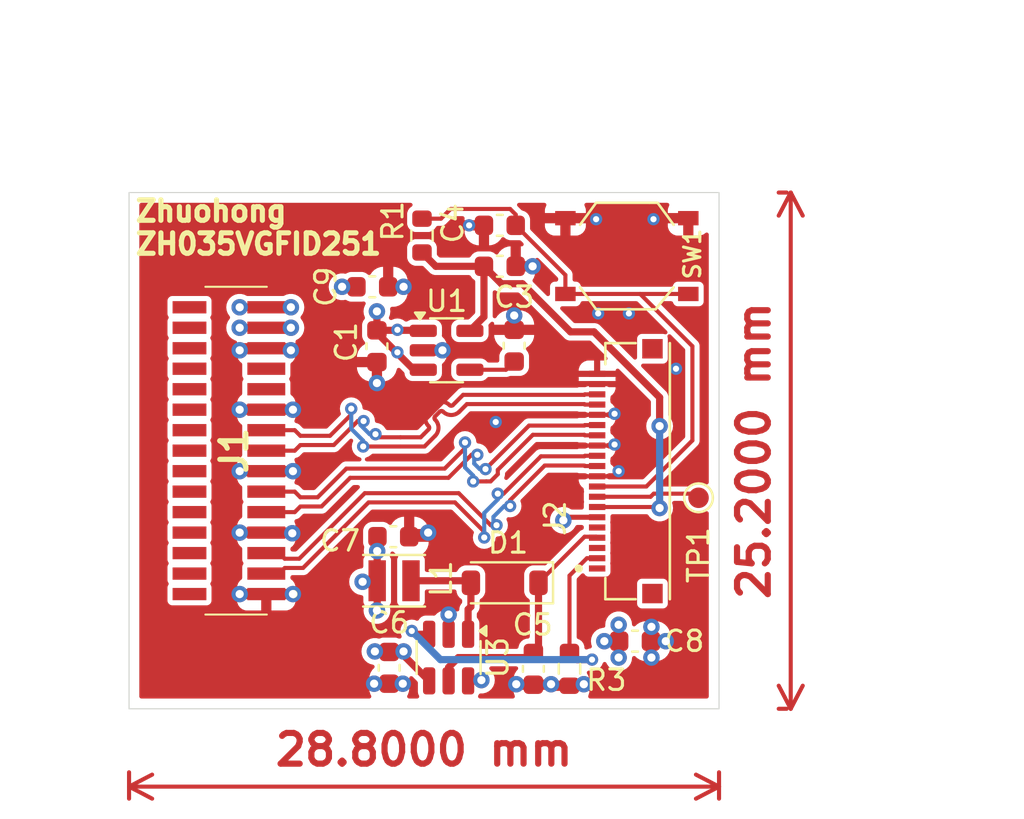
<source format=kicad_pcb>
(kicad_pcb (version 20240108) (generator "pcbnew") (generator_version "8.0")
  (layers (0 "F.Cu" signal) (1 "In1.Cu" signal) (2 "In2.Cu" signal) (31 "B.Cu" signal) (34 "B.Paste" user) (35 "F.Paste" user) (36 "B.SilkS" user "B.Silkscreen") (37 "F.SilkS" user "F.Silkscreen") (38 "B.Mask" user) (39 "F.Mask" user) (44 "Edge.Cuts" user))
  (net 0 "")
  (net 1 "GND")
  (net 2 "+3V3")
  (net 3 "Net-(U1-BP)")
  (net 19 "D1_P")
  (net 20 "CLK_C_N")
  (net 21 "D1_N")
  (net 22 "CLK_C_P")
  (net 23 "D0_P")
  (net 24 "D0_N")
  (net 25 "RST")
  (net 26 "Net-(D1-A)")
  (net 29 "LEDA")
  (net 30 "LEDK")
  (net 31 "+1V8")
  (net 34 "Net-(J2-Pad8)")
  (footprint "Inductor_SMD:L_Changjiang_FNR252010S" (layer "F.Cu") (at 79.2375 68.35)
    (property "Reference" "L1" (at 2.3 -0.1 90) (layer "F.SilkS"))
    (property "Value" "22uH")
    (fp_line (start -1.51 -1.26) (end 1.51 -1.26) (stroke (width 0.12)) (layer "F.SilkS"))
    (fp_line (start -1.51 1.26) (end 1.51 1.26) (stroke (width 0.12)) (layer "F.SilkS"))
    (pad "1" smd rect (at -0.825 0) (size 0.85 2) (layers "F.Cu" "F.Paste" "F.Mask") (net 2 "+3V3"))
    (pad "2" smd rect (at 0.825 0) (size 0.85 2) (layers "F.Cu" "F.Paste" "F.Mask") (net 26 "Net-(D1-A)"))
  )
  (footprint "Resistor_SMD:R_0603_1608Metric" (layer "F.Cu") (at 80.6 51.5 90)
    (property "Reference" "R1" (at 0.7 -1.43 -90) (layer "F.SilkS"))
    (property "Value" "10k" (hide yes))
    (fp_line (start -0.237258 -0.5225) (end 0.237258 -0.5225) (stroke (width 0.12)) (layer "F.SilkS"))
    (fp_line (start -0.237258 0.5225) (end 0.237258 0.5225) (stroke (width 0.12)) (layer "F.SilkS"))
    (pad "1" smd roundrect (at -0.825 0 90) (size 0.8 0.95) (layers "F.Cu" "F.Paste" "F.Mask") (net 31 "+1V8"))
    (pad "2" smd roundrect (at 0.825 0 90) (size 0.8 0.95) (layers "F.Cu" "F.Paste" "F.Mask") (net 25 "RST"))
  )
  (footprint "Capacitor_SMD:C_0603_1608Metric" (layer "F.Cu") (at 85.1 56.875 90)
    (property "Reference" "C3" (at 2.375 0 0) (layer "F.SilkS"))
    (property "Value" "1uF")
    (fp_line (start -0.140581 -0.51) (end 0.140581 -0.51) (stroke (width 0.12)) (layer "F.SilkS"))
    (fp_line (start -0.140581 0.51) (end 0.140581 0.51) (stroke (width 0.12)) (layer "F.SilkS"))
    (pad "1" smd roundrect (at -0.775 0 90) (size 0.9 0.95) (layers "F.Cu" "F.Paste" "F.Mask") (net 3 "Net-(U1-BP)"))
    (pad "2" smd roundrect (at 0.775 0 90) (size 0.9 0.95) (layers "F.Cu" "F.Paste" "F.Mask") (net 1 "GND"))
  )
  (footprint "TestPoint:TestPoint_Pad_D1.0mm" (layer "F.Cu") (at 94.1 64.3)
    (property "Reference" "TP1" (at 0 2.8 90) (layer "F.SilkS"))
    (property "Value" "TestPoint")
    (fp_circle (center 0 0) (end 0 0.7) (stroke (width 0.12)) (fill none) (layer "F.SilkS"))
    (pad "1" smd circle (at 0 0) (size 1 1) (layers "F.Cu" "F.Mask") (net 34 "Net-(J2-Pad8)"))
  )
  (footprint "Capacitor_SMD:C_0603_1608Metric" (layer "F.Cu") (at 79.2 66.2)
    (property "Reference" "C7" (at -2.6 0.2 0) (layer "F.SilkS"))
    (property "Value" "10nF")
    (fp_line (start -0.14058 -0.51) (end 0.14058 -0.51) (stroke (width 0.12)) (layer "F.SilkS"))
    (fp_line (start -0.14058 0.51) (end 0.14058 0.51) (stroke (width 0.12)) (layer "F.SilkS"))
    (pad "1" smd roundrect (at -0.775 0) (size 0.9 0.95) (layers "F.Cu" "F.Paste" "F.Mask") (net 2 "+3V3"))
    (pad "2" smd roundrect (at 0.775 0) (size 0.9 0.95) (layers "F.Cu" "F.Paste" "F.Mask") (net 1 "GND"))
  )
  (footprint "Capacitor_SMD:C_0603_1608Metric" (layer "F.Cu") (at 78.175 54)
    (property "Reference" "C9" (at -2.275 0 90) (layer "F.SilkS"))
    (property "Value" "10nF")
    (fp_line (start -0.14058 -0.51) (end 0.14058 -0.51) (stroke (width 0.12)) (layer "F.SilkS"))
    (fp_line (start -0.14058 0.51) (end 0.14058 0.51) (stroke (width 0.12)) (layer "F.SilkS"))
    (pad "1" smd roundrect (at -0.775 0) (size 0.9 0.95) (layers "F.Cu" "F.Paste" "F.Mask") (net 2 "+3V3"))
    (pad "2" smd roundrect (at 0.775 0) (size 0.9 0.95) (layers "F.Cu" "F.Paste" "F.Mask") (net 1 "GND"))
  )
  (footprint "custom:SW4-SMD-5.2X5.2X1.5MM" (layer "F.Cu") (at 90.6 52.5 180)
    (property "Reference" "SW1" (at -3.2 0.1 -90) (layer "F.SilkS") (effects (font (size 0.8 0.8) (thickness 0.15) (bold yes))))
    (property "Value" "SMD-BUTTON_4P-5.2X5.2X1.5MM-SKQGADE010_" (hide yes))
    (fp_line (start 1.5 2.6) (end 2.286 1.524) (stroke (width 0.127)) (layer "F.SilkS"))
    (fp_line (start 1.5 2.6) (end -1.1 2.6) (stroke (width 0.127)) (layer "F.SilkS"))
    (fp_line (start 1.5 -2.6) (end 2.286 -1.524) (stroke (width 0.127)) (layer "F.SilkS"))
    (fp_line (start -1.1 2.6) (end -1.45982 2.6) (stroke (width 0.127)) (layer "F.SilkS"))
    (fp_line (start -1.4 -2.6) (end 1.5 -2.6) (stroke (width 0.127)) (layer "F.SilkS"))
    (fp_line (start -1.4 -2.6) (end -2.286 -1.524) (stroke (width 0.127)) (layer "F.SilkS"))
    (fp_line (start -1.45982 2.6) (end -1.5 2.6) (stroke (width 0.127)) (layer "F.SilkS"))
    (fp_line (start -1.5 2.6) (end -2.286 1.524) (stroke (width 0.127)) (layer "F.SilkS"))
    (pad "1" smd rect (at -3 -1.85 180) (size 1 0.7) (layers "F.Cu" "F.Paste" "F.Mask") (net 25 "RST"))
    (pad "2" smd rect (at 3 -1.85 180) (size 1 0.7) (layers "F.Cu" "F.Paste" "F.Mask") (net 25 "RST"))
    (pad "3" smd rect (at -3 1.85 180) (size 1 0.7) (layers "F.Cu" "F.Paste" "F.Mask") (net 1 "GND"))
    (pad "4" smd rect (at 3 1.85 180) (size 1 0.7) (layers "F.Cu" "F.Paste" "F.Mask") (net 1 "GND"))
  )
  (footprint "Capacitor_SMD:C_0603_1608Metric" (layer "F.Cu") (at 78.4 56.9 -90)
    (property "Reference" "C1" (at -0.2 1.5 -90) (layer "F.SilkS"))
    (property "Value" "1uF")
    (fp_line (start -0.140581 0.51) (end 0.140581 0.51) (stroke (width 0.12)) (layer "F.SilkS"))
    (fp_line (start -0.140581 -0.51) (end 0.140581 -0.51) (stroke (width 0.12)) (layer "F.SilkS"))
    (pad "1" smd roundrect (at -0.775 0 270) (size 0.9 0.95) (layers "F.Cu" "F.Paste" "F.Mask") (net 2 "+3V3"))
    (pad "2" smd roundrect (at 0.775 0 270) (size 0.9 0.95) (layers "F.Cu" "F.Paste" "F.Mask") (net 1 "GND"))
  )
  (footprint "Capacitor_SMD:C_0603_1608Metric" (layer "F.Cu") (at 79 72.6 -90)
    (property "Reference" "C6" (at -2.2 0 180) (layer "F.SilkS"))
    (property "Value" "1uF")
    (fp_line (start -0.140581 0.51) (end 0.140581 0.51) (stroke (width 0.12)) (layer "F.SilkS"))
    (fp_line (start -0.140581 -0.51) (end 0.140581 -0.51) (stroke (width 0.12)) (layer "F.SilkS"))
    (pad "1" smd roundrect (at -0.775 0 270) (size 0.9 0.95) (layers "F.Cu" "F.Paste" "F.Mask") (net 2 "+3V3"))
    (pad "2" smd roundrect (at 0.775 0 270) (size 0.9 0.95) (layers "F.Cu" "F.Paste" "F.Mask") (net 1 "GND"))
  )
  (footprint "custom:117342485" (layer "F.Cu") (at 73.025 62 -90)
    (property "Reference" "J1" (at 0 1.6 -90) (layer "F.SilkS") (effects (font (size 1.27 1.27) (thickness 0.254))))
    (property "Value" "1-1734248-5" (hide yes))
    (fp_line (start -8 0) (end -8 3) (stroke (width 0.1)) (layer "F.SilkS"))
    (fp_line (start 8 0) (end 8 3) (stroke (width 0.1)) (layer "F.SilkS"))
    (fp_line (start 6.9 -1.3) (end 6.9 -1.3) (stroke (width 0.2)) (layer "F.SilkS"))
    (fp_line (start 7.1 -1.3) (end 7.1 -1.3) (stroke (width 0.2)) (layer "F.SilkS"))
    (fp_arc (start 6.9 -1.3) (mid 7 -1.4) (end 7.1 -1.3) (stroke (width 0.2)) (layer "F.SilkS"))
    (fp_arc (start 7.1 -1.3) (mid 7 -1.2) (end 6.9 -1.3) (stroke (width 0.2)) (layer "F.SilkS"))
    (pad "1" smd rect (at 7 0.025 270) (size 0.6 1.85) (layers "F.Cu" "F.Paste" "F.Mask") (net 1 "GND"))
    (pad "2" smd rect (at 6 0.025 270) (size 0.6 1.85) (layers "F.Cu" "F.Paste" "F.Mask") (net 21 "D1_N"))
    (pad "3" smd rect (at 5 0.025 270) (size 0.6 1.85) (layers "F.Cu" "F.Paste" "F.Mask") (net 19 "D1_P"))
    (pad "4" smd rect (at 4 0.025 270) (size 0.6 1.85) (layers "F.Cu" "F.Paste" "F.Mask") (net 1 "GND"))
    (pad "5" smd rect (at 3 0.025 270) (size 0.6 1.85) (layers "F.Cu" "F.Paste" "F.Mask") (net 20 "CLK_C_N"))
    (pad "6" smd rect (at 2 0.025 270) (size 0.6 1.85) (layers "F.Cu" "F.Paste" "F.Mask") (net 22 "CLK_C_P"))
    (pad "7" smd rect (at 1 0.025 270) (size 0.6 1.85) (layers "F.Cu" "F.Paste" "F.Mask") (net 1 "GND"))
    (pad "8" smd rect (at 0 0.025 270) (size 0.6 1.85) (layers "F.Cu" "F.Paste" "F.Mask") (net 24 "D0_N"))
    (pad "9" smd rect (at -1 0.025 270) (size 0.6 1.85) (layers "F.Cu" "F.Paste" "F.Mask") (net 23 "D0_P"))
    (pad "10" smd rect (at -2 0.025 270) (size 0.6 1.85) (layers "F.Cu" "F.Paste" "F.Mask") (net 1 "GND"))
    (pad "11" smd rect (at -3 0.025 270) (size 0.6 1.85) (layers "F.Cu" "F.Paste" "F.Mask"))
    (pad "12" smd rect (at -4 0.025 270) (size 0.6 1.85) (layers "F.Cu" "F.Paste" "F.Mask"))
    (pad "13" smd rect (at -5 0.025 270) (size 0.6 1.85) (layers "F.Cu" "F.Paste" "F.Mask") (net 1 "GND"))
    (pad "14" smd rect (at -6 0.025 270) (size 0.6 1.85) (layers "F.Cu" "F.Paste" "F.Mask") (net 2 "+3V3"))
    (pad "15" smd rect (at -7 0.025 270) (size 0.6 1.85) (layers "F.Cu" "F.Paste" "F.Mask") (net 2 "+3V3"))
    (pad "16" smd rect (at 7 3.775 270) (size 0.6 1.65) (layers "F.Cu" "F.Paste" "F.Mask"))
    (pad "17" smd rect (at 6 3.775 270) (size 0.6 1.65) (layers "F.Cu" "F.Paste" "F.Mask"))
    (pad "18" smd rect (at 5 3.775 270) (size 0.6 1.65) (layers "F.Cu" "F.Paste" "F.Mask"))
    (pad "19" smd rect (at 4 3.775 270) (size 0.6 1.65) (layers "F.Cu" "F.Paste" "F.Mask"))
    (pad "20" smd rect (at 3 3.775 270) (size 0.6 1.65) (layers "F.Cu" "F.Paste" "F.Mask"))
    (pad "21" smd rect (at 2 3.775 270) (size 0.6 1.65) (layers "F.Cu" "F.Paste" "F.Mask"))
    (pad "22" smd rect (at 1 3.775 270) (size 0.6 1.65) (layers "F.Cu" "F.Paste" "F.Mask"))
    (pad "23" smd rect (at 0 3.775 270) (size 0.6 1.65) (layers "F.Cu" "F.Paste" "F.Mask"))
    (pad "24" smd rect (at -1 3.775 270) (size 0.6 1.65) (layers "F.Cu" "F.Paste" "F.Mask"))
    (pad "25" smd rect (at -2 3.775 270) (size 0.6 1.65) (layers "F.Cu" "F.Paste" "F.Mask"))
    (pad "26" smd rect (at -3 3.775 270) (size 0.6 1.65) (layers "F.Cu" "F.Paste" "F.Mask"))
    (pad "27" smd rect (at -4 3.775 270) (size 0.6 1.65) (layers "F.Cu" "F.Paste" "F.Mask"))
    (pad "28" smd rect (at -5 3.775 270) (size 0.6 1.65) (layers "F.Cu" "F.Paste" "F.Mask"))
    (pad "29" smd rect (at -6 3.775 270) (size 0.6 1.65) (layers "F.Cu" "F.Paste" "F.Mask"))
    (pad "30" smd rect (at -7 3.775 270) (size 0.6 1.65) (layers "F.Cu" "F.Paste" "F.Mask"))
  )
  (footprint "Capacitor_SMD:C_0603_1608Metric" (layer "F.Cu") (at 84.4 53)
    (property "Reference" "C2" (hide yes))
    (property "Value" "1uF")
    (fp_line (start -0.14058 -0.51) (end 0.14058 -0.51) (stroke (width 0.12)) (layer "F.SilkS"))
    (fp_line (start -0.14058 0.51) (end 0.14058 0.51) (stroke (width 0.12)) (layer "F.SilkS"))
    (pad "1" smd roundrect (at -0.775 0) (size 0.9 0.95) (layers "F.Cu" "F.Paste" "F.Mask") (net 31 "+1V8"))
    (pad "2" smd roundrect (at 0.775 0) (size 0.9 0.95) (layers "F.Cu" "F.Paste" "F.Mask") (net 1 "GND"))
  )
  (footprint "Capacitor_SMD:C_0603_1608Metric" (layer "F.Cu") (at 91 71.3)
    (property "Reference" "C8" (at 2.4 0 0) (layer "F.SilkS"))
    (property "Value" "10nF")
    (fp_line (start -0.14058 -0.51) (end 0.14058 -0.51) (stroke (width 0.12)) (layer "F.SilkS"))
    (fp_line (start -0.14058 0.51) (end 0.14058 0.51) (stroke (width 0.12)) (layer "F.SilkS"))
    (pad "1" smd roundrect (at -0.775 0) (size 0.9 0.95) (layers "F.Cu" "F.Paste" "F.Mask") (net 2 "+3V3"))
    (pad "2" smd roundrect (at 0.775 0) (size 0.9 0.95) (layers "F.Cu" "F.Paste" "F.Mask") (net 1 "GND"))
  )
  (footprint "Package_TO_SOT_SMD:SOT-23-6" (layer "F.Cu") (at 81.9 72.1 -90)
    (property "Reference" "U3" (at 0 -2.4 90) (layer "F.SilkS"))
    (property "Value" "AP3127B")
    (fp_line (start 0 1.560001) (end -0.8 1.56) (stroke (width 0.12)) (layer "F.SilkS"))
    (fp_line (start 0 1.560001) (end 0.8 1.56) (stroke (width 0.12)) (layer "F.SilkS"))
    (fp_line (start 0 -1.560001) (end -0.8 -1.56) (stroke (width 0.12)) (layer "F.SilkS"))
    (fp_line (start 0 -1.560001) (end 0.8 -1.56) (stroke (width 0.12)) (layer "F.SilkS"))
    (fp_poly (pts (xy -1.3 -1.51) (xy -1.54 -1.84) (xy -1.06 -1.84) (xy -1.3 -1.51)) (stroke (width 0.12)) (fill solid) (layer "F.SilkS"))
    (pad "1" smd roundrect (at -1.1375 -0.949999 270) (size 1.325 0.6) (layers "F.Cu" "F.Paste" "F.Mask") (net 26 "Net-(D1-A)"))
    (pad "2" smd roundrect (at -1.1375 0 270) (size 1.325 0.6) (layers "F.Cu" "F.Paste" "F.Mask") (net 1 "GND"))
    (pad "3" smd roundrect (at -1.1375 0.949999 270) (size 1.325 0.6) (layers "F.Cu" "F.Paste" "F.Mask") (net 30 "LEDK"))
    (pad "4" smd roundrect (at 1.1375 0.949999 270) (size 1.325 0.6) (layers "F.Cu" "F.Paste" "F.Mask") (net 2 "+3V3"))
    (pad "5" smd roundrect (at 1.1375 0 270) (size 1.325 0.6) (layers "F.Cu" "F.Paste" "F.Mask") (net 29 "LEDA"))
    (pad "6" smd roundrect (at 1.1375 -0.949999 270) (size 1.325 0.6) (layers "F.Cu" "F.Paste" "F.Mask") (net 2 "+3V3"))
  )
  (footprint "Capacitor_SMD:C_0603_1608Metric" (layer "F.Cu") (at 86.0375 72.65 -90)
    (property "Reference" "C5" (at -2.15 0.0375 180) (layer "F.SilkS"))
    (property "Value" "0.22uF")
    (fp_line (start -0.140581 0.51) (end 0.140581 0.51) (stroke (width 0.12)) (layer "F.SilkS"))
    (fp_line (start -0.140581 -0.51) (end 0.140581 -0.51) (stroke (width 0.12)) (layer "F.SilkS"))
    (pad "1" smd roundrect (at -0.775 0 270) (size 0.9 0.95) (layers "F.Cu" "F.Paste" "F.Mask") (net 29 "LEDA"))
    (pad "2" smd roundrect (at 0.775 0 270) (size 0.9 0.95) (layers "F.Cu" "F.Paste" "F.Mask") (net 1 "GND"))
  )
  (footprint "Package_TO_SOT_SMD:SOT-23-5" (layer "F.Cu") (at 81.8 57.1)
    (property "Reference" "U1" (at 0 -2.4 0) (layer "F.SilkS"))
    (property "Value" "RS3236-1.8FY5")
    (fp_line (start 0 -1.560001) (end -0.8 -1.56) (stroke (width 0.12)) (layer "F.SilkS"))
    (fp_line (start 0 -1.560001) (end 0.8 -1.56) (stroke (width 0.12)) (layer "F.SilkS"))
    (fp_line (start 0 1.560001) (end -0.8 1.56) (stroke (width 0.12)) (layer "F.SilkS"))
    (fp_line (start 0 1.560001) (end 0.8 1.56) (stroke (width 0.12)) (layer "F.SilkS"))
    (fp_poly (pts (xy -1.3 -1.51) (xy -1.54 -1.84) (xy -1.06 -1.84) (xy -1.3 -1.51)) (stroke (width 0.12)) (fill solid) (layer "F.SilkS"))
    (pad "1" smd roundrect (at -1.1375 -0.949999) (size 1.325 0.6) (layers "F.Cu" "F.Paste" "F.Mask") (net 2 "+3V3"))
    (pad "2" smd roundrect (at -1.1375 0) (size 1.325 0.6) (layers "F.Cu" "F.Paste" "F.Mask") (net 1 "GND"))
    (pad "3" smd roundrect (at -1.1375 0.949999) (size 1.325 0.6) (layers "F.Cu" "F.Paste" "F.Mask") (net 2 "+3V3"))
    (pad "4" smd roundrect (at 1.1375 0.949999) (size 1.325 0.6) (layers "F.Cu" "F.Paste" "F.Mask") (net 3 "Net-(U1-BP)"))
    (pad "5" smd roundrect (at 1.1375 -0.949999) (size 1.325 0.6) (layers "F.Cu" "F.Paste" "F.Mask") (net 31 "+1V8"))
  )
  (footprint "Resistor_SMD:R_0603_1608Metric" (layer "F.Cu") (at 87.8 72.65 -90)
    (property "Reference" "R3" (at 0.55 -1.8 180) (layer "F.SilkS"))
    (property "Value" "6R2 1%")
    (fp_line (start -0.237258 0.5225) (end 0.237258 0.5225) (stroke (width 0.12)) (layer "F.SilkS"))
    (fp_line (start -0.237258 -0.5225) (end 0.237258 -0.5225) (stroke (width 0.12)) (layer "F.SilkS"))
    (pad "1" smd roundrect (at -0.825 0 270) (size 0.8 0.95) (layers "F.Cu" "F.Paste" "F.Mask") (net 30 "LEDK"))
    (pad "2" smd roundrect (at 0.825 0 270) (size 0.8 0.95) (layers "F.Cu" "F.Paste" "F.Mask") (net 1 "GND"))
  )
  (footprint "Capacitor_SMD:C_0603_1608Metric" (layer "F.Cu") (at 84.4 51 180)
    (property "Reference" "C4" (at 2.3 0.1 -90) (layer "F.SilkS"))
    (property "Value" "1uF")
    (fp_line (start -0.140581 0.51) (end 0.140581 0.51) (stroke (width 0.12)) (layer "F.SilkS"))
    (fp_line (start -0.140581 -0.51) (end 0.140581 -0.51) (stroke (width 0.12)) (layer "F.SilkS"))
    (pad "1" smd roundrect (at -0.775 0 180) (size 0.9 0.95) (layers "F.Cu" "F.Paste" "F.Mask") (net 25 "RST"))
    (pad "2" smd roundrect (at 0.775 0 180) (size 0.9 0.95) (layers "F.Cu" "F.Paste" "F.Mask") (net 1 "GND"))
  )
  (footprint "custom:AMPHENOL_10051922-2010ELF" (layer "F.Cu") (at 91 63 90)
    (property "Reference" "J2" (at -2.3 -3.9 -90) (layer "F.SilkS"))
    (property "Value" "10051922-2010ELF")
    (fp_line (start 6.25 -1.45) (end 6.25 0.03) (stroke (width 0.127)) (layer "F.SilkS"))
    (fp_line (start 5.22 -1.45) (end 6.25 -1.45) (stroke (width 0.127)) (layer "F.SilkS"))
    (fp_line (start -6.25 -1.45) (end -5.22 -1.45) (stroke (width 0.127)) (layer "F.SilkS"))
    (fp_line (start -6.25 0.03) (end -6.25 -1.45) (stroke (width 0.127)) (layer "F.SilkS"))
    (fp_line (start 6.25 1.7) (end -6.25 1.7) (stroke (width 0.127)) (layer "F.SilkS"))
    (fp_circle (center -4.75 -2.75) (end -4.65 -2.75) (stroke (width 0.2)) (fill none) (layer "F.SilkS"))
    (pad "1" smd rect (at -4.75 -1.85 90) (size 0.3 0.8) (layers "F.Cu" "F.Paste"))
    (pad "2" smd rect (at -4.25 -1.85 90) (size 0.3 0.8) (layers "F.Cu" "F.Paste") (net 30 "LEDK"))
    (pad "3" smd rect (at -3.75 -1.85 90) (size 0.3 0.8) (layers "F.Cu" "F.Paste"))
    (pad "4" smd rect (at -3.25 -1.85 90) (size 0.3 0.8) (layers "F.Cu" "F.Paste") (net 29 "LEDA"))
    (pad "5" smd rect (at -2.75 -1.85 90) (size 0.3 0.8) (layers "F.Cu" "F.Paste"))
    (pad "6" smd rect (at -2.25 -1.85 90) (size 0.3 0.8) (layers "F.Cu" "F.Paste") (net 2 "+3V3"))
    (pad "7" smd rect (at -1.75 -1.85 90) (size 0.3 0.8) (layers "F.Cu" "F.Paste") (net 31 "+1V8"))
    (pad "8" smd rect (at -1.25 -1.85 90) (size 0.3 0.8) (layers "F.Cu" "F.Paste") (net 34 "Net-(J2-Pad8)"))
    (pad "9" smd rect (at -0.75 -1.85 90) (size 0.3 0.8) (layers "F.Cu" "F.Paste") (net 25 "RST"))
    (pad "10" smd rect (at -0.25 -1.85 90) (size 0.3 0.8) (layers "F.Cu" "F.Paste") (net 1 "GND"))
    (pad "11" smd rect (at 0.25 -1.85 90) (size 0.3 0.8) (layers "F.Cu" "F.Paste") (net 19 "D1_P"))
    (pad "12" smd rect (at 0.75 -1.85 90) (size 0.3 0.8) (layers "F.Cu" "F.Paste") (net 21 "D1_N"))
    (pad "13" smd rect (at 1.25 -1.85 90) (size 0.3 0.8) (layers "F.Cu" "F.Paste") (net 1 "GND"))
    (pad "14" smd rect (at 1.75 -1.85 90) (size 0.3 0.8) (layers "F.Cu" "F.Paste") (net 22 "CLK_C_P"))
    (pad "15" smd rect (at 2.25 -1.85 90) (size 0.3 0.8) (layers "F.Cu" "F.Paste") (net 20 "CLK_C_N"))
    (pad "16" smd rect (at 2.75 -1.85 90) (size 0.3 0.8) (layers "F.Cu" "F.Paste") (net 1 "GND"))
    (pad "17" smd rect (at 3.25 -1.85 90) (size 0.3 0.8) (layers "F.Cu" "F.Paste") (net 23 "D0_P"))
    (pad "18" smd rect (at 3.75 -1.85 90) (size 0.3 0.8) (layers "F.Cu" "F.Paste") (net 24 "D0_N"))
    (pad "19" smd rect (at 4.25 -1.85 90) (size 0.3 0.8) (layers "F.Cu" "F.Paste") (net 1 "GND"))
    (pad "20" smd rect (at 4.75 -1.85 90) (size 0.3 0.8) (layers "F.Cu" "F.Paste") (net 1 "GND"))
    (pad "SH1" smd rect (at -5.975 0.85 90) (size 0.95 1) (layers "F.Cu" "F.Paste" "F.Mask"))
    (pad "SH2" smd rect (at 5.975 0.85 90) (size 0.95 1) (layers "F.Cu" "F.Paste" "F.Mask"))
  )
  (footprint "Diode_SMD:D_SOD-123" (layer "F.Cu") (at 84.6375 68.45 180)
    (property "Reference" "D1" (at -0.1625 1.95 180) (layer "F.SilkS"))
    (property "Value" "1N5819W")
    (fp_line (start -2.36 1) (end 1.65 1) (stroke (width 0.12)) (layer "F.SilkS"))
    (fp_line (start -2.36 -1) (end 1.65 -1) (stroke (width 0.12)) (layer "F.SilkS"))
    (fp_line (start -2.36 -1) (end -2.36 1) (stroke (width 0.12)) (layer "F.SilkS"))
    (pad "1" smd roundrect (at -1.65 0 180) (size 0.9 1.2) (layers "F.Cu" "F.Paste" "F.Mask") (net 29 "LEDA"))
    (pad "2" smd roundrect (at 1.65 0 180) (size 0.9 1.2) (layers "F.Cu" "F.Paste" "F.Mask") (net 26 "Net-(D1-A)"))
  )
  (gr_line (start 66.3 74.6) (end 66.3 49.4) (stroke (width 0.05)) (layer "Edge.Cuts"))
  (gr_line (start 66.3 49.4) (end 95.1 49.4) (stroke (width 0.05)) (layer "Edge.Cuts"))
  (gr_line (start 95.1 49.4) (end 95.1 74.6) (stroke (width 0.05)) (layer "Edge.Cuts"))
  (gr_line (start 95.1 74.6) (end 66.3 74.6) (stroke (width 0.05)) (layer "Edge.Cuts"))
  (gr_text "Zhuohong\nZH035VGFID251" (at 66.5 52.5 0) (layer "F.SilkS") (effects (font (size 1 1) (thickness 0.25) (bold yes)) (justify left bottom)))
  (dimension (type aligned) (layer "F.Cu") (pts (xy 98.9 49.4) (xy 98.9 74.6)) (height 0.3) (gr_text "25,2000 mm" (at 96.8 62 90) (layer "F.Cu") (effects (font (size 1.5 1.5) (thickness 0.3)))) (format (prefix "") (suffix "") (units 3) (units_format 1) (precision 4)) (style (thickness 0.2) (arrow_length 1.27) (text_position_mode 0) (extension_height 0.58642) (extension_offset 0.5) keep_text_aligned))
  (dimension (type aligned) (layer "F.Cu") (pts (xy 66.3 77.2) (xy 95.1 77.2)) (height 1.2) (gr_text "28,8000 mm" (at 80.7 76.6 0) (layer "F.Cu") (effects (font (size 1.5 1.5) (thickness 0.3)))) (format (prefix "") (suffix "") (units 3) (units_format 1) (precision 4)) (style (thickness 0.2) (arrow_length 1.27) (text_position_mode 0) (extension_height 0.58642) (extension_offset 0.5) keep_text_aligned))
  (segment (start 79 73.375) (end 79.6625 73.375) (width 0.35) (layer "F.Cu") (net 1))
  (segment (start 80.6625 57.1) (end 81.6 57.1) (width 0.35) (layer "F.Cu") (net 1))
  (segment (start 91.9 50.7) (end 91.85 50.65) (width 0.35) (layer "F.Cu") (net 1))
  (segment (start 86.9 73.4) (end 86.925 73.425) (width 0.35) (layer "F.Cu") (net 1))
  (segment (start 86.875 73.425) (end 86.9 73.4) (width 0.35) (layer "F.Cu") (net 1))
  (segment (start 91.775 72.075) (end 91.8 72.1) (width 0.35) (layer "F.Cu") (net 1))
  (segment (start 91.95 50.65) (end 91.9 50.7) (width 0.35) (layer "F.Cu") (net 1))
  (segment (start 79.975 66) (end 80.9 66) (width 0.35) (layer "F.Cu") (net 1))
  (segment (start 88.425 73.475) (end 88.5 73.4) (width 0.35) (layer "F.Cu") (net 1))
  (segment (start 74.412682 57) (end 74.442537 56.970145) (width 0.35) (layer "F.Cu") (net 1))
  (segment (start 93.6 50.65) (end 91.95 50.65) (width 0.35) (layer "F.Cu") (net 1))
  (segment (start 87.8 73.475) (end 88.425 73.475) (width 0.35) (layer "F.Cu") (net 1))
  (segment (start 91.775 71.3) (end 91.775 72.075) (width 0.35) (layer "F.Cu") (net 1))
  (segment (start 91.775 70.625) (end 91.8 70.6) (width 0.35) (layer "F.Cu") (net 1))
  (segment (start 78.95 54) (end 79.7 54) (width 0.35) (layer "F.Cu") (net 1))
  (segment (start 89.95 61.75) (end 90 61.7) (width 0.2) (layer "F.Cu") (net 1))
  (segment (start 81.9 70.9625) (end 81.9 70) (width 0.35) (layer "F.Cu") (net 1))
  (segment (start 74.131833 66.168166) (end 74.268166 66.031833) (width 0.35) (layer "F.Cu") (net 1))
  (segment (start 85.1 56.1) (end 85.1 55.4) (width 0.35) (layer "F.Cu") (net 1))
  (segment (start 91.775 71.3) (end 92.5 71.3) (width 0.35) (layer "F.Cu") (net 1))
  (segment (start 78.4 57.675) (end 78.4 58.7) (width 0.35) (layer "F.Cu") (net 1))
  (segment (start 89.1 50.7) (end 89.05 50.65) (width 0.35) (layer "F.Cu") (net 1))
  (segment (start 83.625 51) (end 82.9 51) (width 0.2) (layer "F.Cu") (net 1))
  (segment (start 91.775 71.3) (end 91.775 70.625) (width 0.35) (layer "F.Cu") (net 1))
  (segment (start 79 73.375) (end 78.2625 73.375) (width 0.35) (layer "F.Cu") (net 1))
  (segment (start 89.05 50.65) (end 87.6 50.65) (width 0.35) (layer "F.Cu") (net 1))
  (segment (start 86.0375 73.425) (end 85.275 73.425) (width 0.35) (layer "F.Cu") (net 1))
  (segment (start 86.925 73.425) (end 87.75 73.425) (width 0.35) (layer "F.Cu") (net 1))
  (segment (start 89.95 60.25) (end 90 60.2) (width 0.2) (layer "F.Cu") (net 1))
  (segment (start 86.0375 73.425) (end 86.875 73.425) (width 0.35) (layer "F.Cu") (net 1))
  (segment (start 85.175 53) (end 86 53) (width 0.35) (layer "F.Cu") (net 1))
  (segment (start 89.15 50.65) (end 89.1 50.7) (width 0.35) (layer "F.Cu") (net 1))
  (segment (start 91.85 50.65) (end 89.15 50.65) (width 0.35) (layer "F.Cu") (net 1))
  (via (at 86 53) (size 0.8) (drill 0.4) (layers "F.Cu" "B.Cu") (net 1))
  (via (at 79.6625 73.375) (size 0.8) (drill 0.4) (layers "F.Cu" "B.Cu") (net 1))
  (via (at 79.7 54) (size 0.8) (drill 0.4) (layers "F.Cu" "B.Cu") (net 1))
  (via (at 89.1 50.7) (size 0.6) (drill 0.3) (layers "F.Cu" "B.Cu") (net 1))
  (via (at 74.3 63) (size 0.8) (drill 0.4) (layers "F.Cu" "B.Cu") (net 1))
  (via (at 71.7 69) (size 0.8) (drill 0.4) (layers "F.Cu" "B.Cu") (net 1))
  (via (at 74.3 69) (size 0.8) (drill 0.4) (layers "F.Cu" "B.Cu") (net 1))
  (via (at 78.4 58.7) (size 0.8) (drill 0.4) (layers "F.Cu" "B.Cu") (net 1))
  (via (at 80.9 66) (size 0.8) (drill 0.4) (layers "F.Cu" "B.Cu") (net 1))
  (via (at 86.9 73.4) (size 0.8) (drill 0.4) (layers "F.Cu" "B.Cu") (net 1))
  (via (at 74.3 60) (size 0.8) (drill 0.4) (layers "F.Cu" "B.Cu") (net 1))
  (via (at 85.1 55.4) (size 0.8) (drill 0.4) (layers "F.Cu" "B.Cu") (net 1))
  (via (at 84.2 60.6) (size 0.6) (drill 0.3) (layers "F.Cu" "B.Cu") (net 1))
  (via (at 90.7 55.3) (size 0.6) (drill 0.3) (layers "F.Cu" "B.Cu") (net 1))
  (via (at 91.9 50.7) (size 0.6) (drill 0.3) (layers "F.Cu" "B.Cu") (net 1))
  (via (at 91.8 70.6) (size 0.8) (drill 0.4) (layers "F.Cu" "B.Cu") (net 1))
  (via (at 85.2 73.4) (size 0.8) (drill 0.4) (layers "F.Cu" "B.Cu") (net 1))
  (via (at 90 60.2) (size 0.6) (drill 0.3) (layers "F.Cu" "B.Cu") (net 1))
  (via (at 81.9 70) (size 0.8) (drill 0.4) (layers "F.Cu" "B.Cu") (net 1))
  (via (at 88.5 73.4) (size 0.8) (drill 0.4) (layers "F.Cu" "B.Cu") (net 1))
  (via (at 78.2625 73.375) (size 0.8) (drill 0.4) (layers "F.Cu" "B.Cu") (net 1))
  (via (at 81.6 57.1) (size 0.8) (drill 0.4) (layers "F.Cu" "B.Cu") (net 1))
  (via (at 74.268166 66.031833) (size 0.8) (drill 0.4) (layers "F.Cu" "B.Cu") (net 1))
  (via (at 74.2 57.1) (size 0.8) (drill 0.4) (layers "F.Cu" "B.Cu") (net 1))
  (via (at 92.5 71.3) (size 0.8) (drill 0.4) (layers "F.Cu" "B.Cu") (net 1))
  (via (at 71.7 66) (size 0.8) (drill 0.4) (layers "F.Cu" "B.Cu") (net 1))
  (via (at 71.7 60) (size 0.8) (drill 0.4) (layers "F.Cu" "B.Cu") (net 1))
  (via (at 82.9 51) (size 0.6) (drill 0.3) (layers "F.Cu" "B.Cu") (net 1))
  (via (at 90.2 63) (size 0.6) (drill 0.3) (layers "F.Cu" "B.Cu") (net 1))
  (via (at 93 58) (size 0.6) (drill 0.3) (layers "F.Cu" "B.Cu") (net 1))
  (via (at 91.8 72.1) (size 0.8) (drill 0.4) (layers "F.Cu" "B.Cu") (net 1))
  (via (at 71.7 63) (size 0.8) (drill 0.4) (layers "F.Cu" "B.Cu") (net 1))
  (via (at 89.2 55.3) (size 0.6) (drill 0.3) (layers "F.Cu" "B.Cu") (net 1))
  (via (at 90 61.7) (size 0.6) (drill 0.3) (layers "F.Cu" "B.Cu") (net 1))
  (via (at 71.7 57.1) (size 0.8) (drill 0.4) (layers "F.Cu" "B.Cu") (net 1))
  (segment (start 79.775 71.825) (end 79.8 71.8) (width 0.35) (layer "F.Cu") (net 2))
  (segment (start 73 55) (end 71.7 55) (width 0.35) (layer "F.Cu") (net 2))
  (segment (start 79.375 56.125) (end 79.4 56.1) (width 0.35) (layer "F.Cu") (net 2))
  (segment (start 78.325 71.825) (end 78.3 71.8) (width 0.35) (layer "F.Cu") (net 2))
  (segment (start 87.65 65.25) (end 89.15 65.25) (width 0.25) (layer "F.Cu") (net 2))
  (segment (start 77.4 54) (end 76.7 54) (width 0.35) (layer "F.Cu") (net 2))
  (segment (start 79.425 56.125) (end 80.637499 56.125) (width 0.35) (layer "F.Cu") (net 2))
  (segment (start 78.4125 68.35) (end 78.4125 66.0125) (width 0.35) (layer "F.Cu") (net 2))
  (segment (start 90.225 70.525) (end 90.2 70.5) (width 0.35) (layer "F.Cu") (net 2))
  (segment (start 78.425 66) (end 78.425 66.8875) (width 0.35) (layer "F.Cu") (net 2))
  (segment (start 73 55) (end 74.2 55) (width 0.35) (layer "F.Cu") (net 2))
  (segment (start 90.225 71.3) (end 90.225 72.075) (width 0.35) (layer "F.Cu") (net 2))
  (segment (start 73 56) (end 71.7 56) (width 0.35) (layer "F.Cu") (net 2))
  (segment (start 79 71.825) (end 78.325 71.825) (width 0.35) (layer "F.Cu") (net 2))
  (segment (start 79.4 56.1) (end 79.425 56.125) (width 0.35) (layer "F.Cu") (net 2))
  (segment (start 79.353382 57.2) (end 78.4 56.246618) (width 0.35) (layer "F.Cu") (net 2))
  (segment (start 78.4 56.125) (end 78.4 55.2) (width 0.35) (layer "F.Cu") (net 2))
  (segment (start 79.4 57.2) (end 79.353382 57.2) (width 0.35) (layer "F.Cu") (net 2))
  (segment (start 77.65 68.35) (end 77.6 68.4) (width 0.35) (layer "F.Cu") (net 2))
  (segment (start 83.4625 73.2375) (end 83.5 73.2) (width 0.35) (layer "F.Cu") (net 2))
  (segment (start 87.5 65.4) (end 87.65 65.25) (width 0.25) (layer "F.Cu") (net 2))
  (segment (start 78.4 56.125) (end 79.375 56.125) (width 0.35) (layer "F.Cu") (net 2))
  (segment (start 78.4125 68.35) (end 77.65 68.35) (width 0.35) (layer "F.Cu") (net 2))
  (segment (start 73 56) (end 74.2 56) (width 0.35) (layer "F.Cu") (net 2))
  (segment (start 90.225 71.3) (end 89.5 71.3) (width 0.35) (layer "F.Cu") (net 2))
  (segment (start 90.225 72.075) (end 90.2 72.1) (width 0.35) (layer "F.Cu") (net 2))
  (segment (start 79.8 71.8) (end 79.8 72.087499) (width 0.35) (layer "F.Cu") (net 2))
  (segment (start 78.4125 69.7875) (end 78.4 69.8) (width 0.35) (layer "F.Cu") (net 2))
  (segment (start 79 71.825) (end 79.775 71.825) (width 0.35) (layer "F.Cu") (net 2))
  (segment (start 90.225 71.3) (end 90.225 70.525) (width 0.35) (layer "F.Cu") (net 2))
  (segment (start 82.849999 73.2375) (end 83.4625 73.2375) (width 0.35) (layer "F.Cu") (net 2))
  (segment (start 80.203381 58.049999) (end 79.4 57.246618) (width 0.35) (layer "F.Cu") (net 2))
  (segment (start 79.8 72.087499) (end 80.950001 73.2375) (width 0.35) (layer "F.Cu") (net 2))
  (segment (start 78.425 66.8875) (end 78.4125 66.9) (width 0.35) (layer "F.Cu") (net 2))
  (segment (start 78.4125 68.35) (end 78.4125 69.7875) (width 0.35) (layer "F.Cu") (net 2))
  (segment (start 79.4 57.246618) (end 79.4 57.2) (width 0.35) (layer "F.Cu") (net 2))
  (via (at 74.2 56) (size 0.8) (drill 0.4) (layers "F.Cu" "B.Cu") (net 2))
  (via (at 79.7 71.8) (size 0.8) (drill 0.4) (layers "F.Cu" "B.Cu") (net 2))
  (via (at 71.7 56) (size 0.8) (drill 0.4) (layers "F.Cu" "B.Cu") (net 2))
  (via (at 71.7 55) (size 0.8) (drill 0.4) (layers "F.Cu" "B.Cu") (net 2))
  (via (at 90.2 72.1) (size 0.8) (drill 0.4) (layers "F.Cu" "B.Cu") (net 2))
  (via (at 74.2 55) (size 0.8) (drill 0.4) (layers "F.Cu" "B.Cu") (net 2))
  (via (at 78.4 55.2) (size 0.8) (drill 0.4) (layers "F.Cu" "B.Cu") (net 2))
  (via (at 90.2 70.5) (size 0.8) (drill 0.4) (layers "F.Cu" "B.Cu") (net 2))
  (via (at 78.3 71.8) (size 0.8) (drill 0.4) (layers "F.Cu" "B.Cu") (net 2))
  (via (at 83.5 73.2) (size 0.8) (drill 0.4) (layers "F.Cu" "B.Cu") (net 2))
  (via (at 76.7 54) (size 0.8) (drill 0.4) (layers "F.Cu" "B.Cu") (net 2))
  (via (at 79.4 57.2) (size 0.6) (drill 0.3) (layers "F.Cu" "B.Cu") (net 2))
  (via (at 78.4125 66.9) (size 0.8) (drill 0.4) (layers "F.Cu" "B.Cu") (net 2))
  (via (at 87.5 65.4) (size 0.8) (drill 0.4) (layers "F.Cu" "B.Cu") (net 2))
  (via (at 89.5 71.3) (size 0.8) (drill 0.4) (layers "F.Cu" "B.Cu") (net 2))
  (via (at 79.4 56.1) (size 0.6) (drill 0.3) (layers "F.Cu" "B.Cu") (net 2))
  (via (at 77.7 68.4) (size 0.8) (drill 0.4) (layers "F.Cu" "B.Cu") (net 2))
  (via (at 78.4 69.8) (size 0.8) (drill 0.4) (layers "F.Cu" "B.Cu") (net 2))
  (segment (start 82.9375 58.049999) (end 84.700001 58.049999) (width 0.2) (layer "F.Cu") (net 3))
  (segment (start 84.700001 58.049999) (end 85.1 57.65) (width 0.2) (layer "F.Cu") (net 3))
  (segment (start 84.900521 64.700521) (end 84.900521 64.417678) (width 0.2) (layer "F.Cu") (net 19))
  (segment (start 86.593199 62.725) (end 88.524999 62.725) (width 0.2) (layer "F.Cu") (net 19))
  (segment (start 88.524999 62.725) (end 88.549999 62.75) (width 0.2) (layer "F.Cu") (net 19))
  (segment (start 84.900521 64.417678) (end 86.593199 62.725) (width 0.2) (layer "F.Cu") (net 19))
  (segment (start 77.8068 64.075) (end 82.3932 64.075) (width 0.2) (layer "F.Cu") (net 19))
  (segment (start 83.956116 65.637917) (end 84.238959 65.637917) (width 0.2) (layer "F.Cu") (net 19))
  (segment (start 82.3932 64.075) (end 83.956116 65.637917) (width 0.2) (layer "F.Cu") (net 19))
  (segment (start 88.549999 62.75) (end 89.15 62.75) (width 0.2) (layer "F.Cu") (net 19))
  (segment (start 74.6068 67.275) (end 77.8068 64.075) (width 0.2) (layer "F.Cu") (net 19))
  (segment (start 73 67) (end 73.625 67) (width 0.2) (layer "F.Cu") (net 19))
  (segment (start 73.9 67.275) (end 74.6068 67.275) (width 0.2) (layer "F.Cu") (net 19))
  (segment (start 73.625 67) (end 73.9 67.275) (width 0.2) (layer "F.Cu") (net 19))
  (via (at 84.900521 64.700521) (size 0.6) (drill 0.3) (layers "F.Cu" "B.Cu") (net 19))
  (via (at 84.238959 65.637917) (size 0.6) (drill 0.3) (layers "F.Cu" "B.Cu") (net 19))
  (segment (start 84.238959 65.637917) (end 84.087918 65.486876) (width 0.2) (layer "B.Cu") (net 19))
  (segment (start 84.617678 64.700521) (end 84.900521 64.700521) (width 0.2) (layer "B.Cu") (net 19))
  (segment (start 84.087918 65.230281) (end 84.617678 64.700521) (width 0.2) (layer "B.Cu") (net 19))
  (segment (start 84.087918 65.486876) (end 84.087918 65.230281) (width 0.2) (layer "B.Cu") (net 19))
  (segment (start 77.0932 63.325) (end 81.893199 63.325) (width 0.2) (layer "F.Cu") (net 20))
  (segment (start 83.700521 62.899479) (end 85.825 60.775) (width 0.2) (layer "F.Cu") (net 20))
  (segment (start 81.893199 63.325) (end 83.017678 62.200521) (width 0.2) (layer "F.Cu") (net 20))
  (segment (start 73 65) (end 74.387501 65) (width 0.2) (layer "F.Cu") (net 20))
  (segment (start 88.524999 60.775) (end 88.549999 60.75) (width 0.2) (layer "F.Cu") (net 20))
  (segment (start 85.825 60.775) (end 88.524999 60.775) (width 0.2) (layer "F.Cu") (net 20))
  (segment (start 75.6932 64.725) (end 77.0932 63.325) (width 0.2) (layer "F.Cu") (net 20))
  (segment (start 74.387501 65) (end 74.662501 64.725) (width 0.2) (layer "F.Cu") (net 20))
  (segment (start 74.662501 64.725) (end 75.6932 64.725) (width 0.2) (layer "F.Cu") (net 20))
  (segment (start 88.549999 60.75) (end 89.15 60.75) (width 0.2) (layer "F.Cu") (net 20))
  (segment (start 83.017678 62.200521) (end 83.300521 62.200521) (width 0.2) (layer "F.Cu") (net 20))
  (via (at 83.300521 62.200521) (size 0.6) (drill 0.3) (layers "F.Cu" "B.Cu") (net 20))
  (via (at 83.700521 62.899479) (size 0.6) (drill 0.3) (layers "F.Cu" "B.Cu") (net 20))
  (segment (start 83.417678 62.899479) (end 83.700521 62.899479) (width 0.2) (layer "B.Cu") (net 20))
  (segment (start 83.300521 62.200521) (end 83.14948 62.351562) (width 0.2) (layer "B.Cu") (net 20))
  (segment (start 83.14948 62.631281) (end 83.417678 62.899479) (width 0.2) (layer "B.Cu") (net 20))
  (segment (start 83.14948 62.351562) (end 83.14948 62.631281) (width 0.2) (layer "B.Cu") (net 20))
  (segment (start 73.9 67.725) (end 74.7932 67.725) (width 0.2) (layer "F.Cu") (net 21))
  (segment (start 86.406801 62.275) (end 88.524999 62.275) (width 0.2) (layer "F.Cu") (net 21))
  (segment (start 82.2068 64.525) (end 83.637917 65.956116) (width 0.2) (layer "F.Cu") (net 21))
  (segment (start 74.7932 67.725) (end 77.9932 64.525) (width 0.2) (layer "F.Cu") (net 21))
  (segment (start 83.637917 65.956116) (end 83.637917 66.238959) (width 0.2) (layer "F.Cu") (net 21))
  (segment (start 84.582322 64.099479) (end 86.406801 62.275) (width 0.2) (layer "F.Cu") (net 21))
  (segment (start 88.549999 62.25) (end 89.15 62.25) (width 0.2) (layer "F.Cu") (net 21))
  (segment (start 73 68) (end 73.625 68) (width 0.2) (layer "F.Cu") (net 21))
  (segment (start 77.9932 64.525) (end 82.2068 64.525) (width 0.2) (layer "F.Cu") (net 21))
  (segment (start 73.625 68) (end 73.9 67.725) (width 0.2) (layer "F.Cu") (net 21))
  (segment (start 88.524999 62.275) (end 88.549999 62.25) (width 0.2) (layer "F.Cu") (net 21))
  (segment (start 84.299479 64.099479) (end 84.582322 64.099479) (width 0.2) (layer "F.Cu") (net 21))
  (via (at 83.637917 66.238959) (size 0.6) (drill 0.3) (layers "F.Cu" "B.Cu") (net 21))
  (via (at 84.299479 64.099479) (size 0.6) (drill 0.3) (layers "F.Cu" "B.Cu") (net 21))
  (segment (start 84.299479 64.382322) (end 84.299479 64.099479) (width 0.2) (layer "B.Cu") (net 21))
  (segment (start 83.637917 66.238959) (end 83.637917 65.043884) (width 0.2) (layer "B.Cu") (net 21))
  (segment (start 83.637917 65.043884) (end 84.299479 64.382322) (width 0.2) (layer "B.Cu") (net 21))
  (segment (start 81.706801 62.875) (end 82.699479 61.882322) (width 0.2) (layer "F.Cu") (net 22))
  (segment (start 83.94905 63.499479) (end 84.300521 63.148008) (width 0.2) (layer "F.Cu") (net 22))
  (segment (start 86.011398 61.225) (end 88.524999 61.225) (width 0.2) (layer "F.Cu") (net 22))
  (segment (start 82.699479 61.882322) (end 82.699479 61.599479) (width 0.2) (layer "F.Cu") (net 22))
  (segment (start 74.387501 64) (end 74.662501 64.275) (width 0.2) (layer "F.Cu") (net 22))
  (segment (start 84.300521 62.935877) (end 86.011398 61.225) (width 0.2) (layer "F.Cu") (net 22))
  (segment (start 74.662501 64.275) (end 75.5068 64.275) (width 0.2) (layer "F.Cu") (net 22))
  (segment (start 73 64) (end 74.387501 64) (width 0.2) (layer "F.Cu") (net 22))
  (segment (start 88.524999 61.225) (end 88.549999 61.25) (width 0.2) (layer "F.Cu") (net 22))
  (segment (start 88.549999 61.25) (end 89.15 61.25) (width 0.2) (layer "F.Cu") (net 22))
  (segment (start 83.099479 63.500521) (end 83.735877 63.500521) (width 0.2) (layer "F.Cu") (net 22))
  (segment (start 83.736919 63.499479) (end 83.94905 63.499479) (width 0.2) (layer "F.Cu") (net 22))
  (segment (start 76.9068 62.875) (end 81.706801 62.875) (width 0.2) (layer "F.Cu") (net 22))
  (segment (start 84.300521 63.148008) (end 84.300521 62.935877) (width 0.2) (layer "F.Cu") (net 22))
  (segment (start 83.735877 63.500521) (end 83.736919 63.499479) (width 0.2) (layer "F.Cu") (net 22))
  (segment (start 75.5068 64.275) (end 76.9068 62.875) (width 0.2) (layer "F.Cu") (net 22))
  (via (at 82.699479 61.599479) (size 0.6) (drill 0.3) (layers "F.Cu" "B.Cu") (net 22))
  (via (at 83.099479 63.500521) (size 0.6) (drill 0.3) (layers "F.Cu" "B.Cu") (net 22))
  (segment (start 82.699479 62.817678) (end 83.099479 63.217678) (width 0.2) (layer "B.Cu") (net 22))
  (segment (start 83.099479 63.217678) (end 83.099479 63.500521) (width 0.2) (layer "B.Cu") (net 22))
  (segment (start 82.699479 61.599479) (end 82.699479 62.817678) (width 0.2) (layer "B.Cu") (net 22))
  (segment (start 82.7932 59.725) (end 82.424135 60.094065) (width 0.2) (layer "F.Cu") (net 23))
  (segment (start 73 61) (end 74.387501 61) (width 0.2) (layer "F.Cu") (net 23))
  (segment (start 81.009921 61.508278) (end 80.721866 61.796334) (width 0.2) (layer "F.Cu") (net 23))
  (segment (start 74.387501 61) (end 74.662501 61.275) (width 0.2) (layer "F.Cu") (net 23))
  (segment (start 89.15 59.75) (end 88.549999 59.75) (width 0.2) (layer "F.Cu") (net 23))
  (segment (start 88.549999 59.75) (end 88.524999 59.725) (width 0.2) (layer "F.Cu") (net 23))
  (segment (start 82.424135 60.094065) (end 82.424134 60.094064) (width 0.2) (layer "F.Cu") (net 23))
  (segment (start 81.46954 60.094064) (end 81.23973 60.323873) (width 0.2) (layer "F.Cu") (net 23))
  (segment (start 79.547938 61.796334) (end 77.728111 61.796334) (width 0.2) (layer "F.Cu") (net 23))
  (segment (start 77.146112 60.235689) (end 77.146112 59.952846) (width 0.2) (layer "F.Cu") (net 23))
  (segment (start 88.524999 59.725) (end 82.7932 59.725) (width 0.2) (layer "F.Cu") (net 23))
  (segment (start 76.1068 61.275) (end 77.146112 60.235689) (width 0.2) (layer "F.Cu") (net 23))
  (segment (start 74.662501 61.275) (end 76.1068 61.275) (width 0.2) (layer "F.Cu") (net 23))
  (segment (start 80.721866 61.796334) (end 79.547938 61.796334) (width 0.2) (layer "F.Cu") (net 23))
  (segment (start 81.23973 61.278467) (end 81.009921 61.508278) (width 0.2) (layer "F.Cu") (net 23))
  (via (at 77.728111 61.796334) (size 0.6) (drill 0.3) (layers "F.Cu" "B.Cu") (net 23))
  (via (at 77.146112 59.952846) (size 0.6) (drill 0.3) (layers "F.Cu" "B.Cu") (net 23))
  (arc (start 81.23973 60.323873) (mid 81.20678 60.403422) (end 81.23973 60.482971) (width 0.2) (layer "F.Cu") (net 23))
  (arc (start 81.23973 60.482971) (mid 81.404483 60.880719) (end 81.23973 61.278467) (width 0.2) (layer "F.Cu") (net 23))
  (arc (start 82.424134 60.094064) (mid 82.026386 60.258817) (end 81.628638 60.094064) (width 0.2) (layer "F.Cu") (net 23))
  (arc (start 81.628638 60.094064) (mid 81.549089 60.061114) (end 81.46954 60.094064) (width 0.2) (layer "F.Cu") (net 23))
  (segment (start 77.728111 61.513491) (end 77.728111 61.796334) (width 0.2) (layer "B.Cu") (net 23))
  (segment (start 77.146112 60.931492) (end 77.728111 61.513491) (width 0.2) (layer "B.Cu") (net 23))
  (segment (start 77.146112 59.952846) (end 77.146112 60.931492) (width 0.2) (layer "B.Cu") (net 23))
  (segment (start 80.535467 61.346333) (end 79.547938 61.346333) (width 0.2) (layer "F.Cu") (net 24))
  (segment (start 74.387501 62) (end 74.662501 61.725) (width 0.2) (layer "F.Cu") (net 24))
  (segment (start 80.92153 60.960268) (end 80.691721 61.190078) (width 0.2) (layer "F.Cu") (net 24))
  (segment (start 78.480194 61.346333) (end 78.329153 61.195292) (width 0.2) (layer "F.Cu") (net 24))
  (segment (start 82.6068 59.275) (end 82.105935 59.775865) (width 0.2) (layer "F.Cu") (net 24))
  (segment (start 81.15134 59.775865) (end 80.92153 60.005674) (width 0.2) (layer "F.Cu") (net 24))
  (segment (start 89.15 59.25) (end 88.549999 59.25) (width 0.2) (layer "F.Cu") (net 24))
  (segment (start 76.2932 61.725) (end 77.464311 60.553888) (width 0.2) (layer "F.Cu") (net 24))
  (segment (start 80.691721 61.190078) (end 80.535467 61.346333) (width 0.2) (layer "F.Cu") (net 24))
  (segment (start 88.549999 59.25) (end 88.524999 59.275) (width 0.2) (layer "F.Cu") (net 24))
  (segment (start 88.524999 59.275) (end 82.6068 59.275) (width 0.2) (layer "F.Cu") (net 24))
  (segment (start 79.547938 61.346333) (end 78.480194 61.346333) (width 0.2) (layer "F.Cu") (net 24))
  (segment (start 77.464311 60.553888) (end 77.747154 60.553888) (width 0.2) (layer "F.Cu") (net 24))
  (segment (start 74.662501 61.725) (end 76.2932 61.725) (width 0.2) (layer "F.Cu") (net 24))
  (segment (start 73 62) (end 74.387501 62) (width 0.2) (layer "F.Cu") (net 24))
  (via (at 78.329153 61.195292) (size 0.6) (drill 0.3) (layers "F.Cu" "B.Cu") (net 24))
  (via (at 77.747154 60.553888) (size 0.6) (drill 0.3) (layers "F.Cu" "B.Cu") (net 24))
  (arc (start 82.105935 59.775865) (mid 82.026386 59.808815) (end 81.946837 59.775865) (width 0.2) (layer "F.Cu") (net 24))
  (arc (start 80.92153 60.005674) (mid 80.756777 60.403422) (end 80.92153 60.801171) (width 0.2) (layer "F.Cu") (net 24))
  (arc (start 80.92153 60.801171) (mid 80.95448 60.88072) (end 80.92153 60.960268) (width 0.2) (layer "F.Cu") (net 24))
  (arc (start 81.946837 59.775865) (mid 81.549089 59.611112) (end 81.15134 59.775865) (width 0.2) (layer "F.Cu") (net 24))
  (segment (start 78.04631 61.195292) (end 78.329153 61.195292) (width 0.2) (layer "B.Cu") (net 24))
  (segment (start 77.747154 60.553888) (end 77.596113 60.704929) (width 0.2) (layer "B.Cu") (net 24))
  (segment (start 77.596113 60.704929) (end 77.596113 60.745095) (width 0.2) (layer "B.Cu") (net 24))
  (segment (start 77.596113 60.745095) (end 78.04631 61.195292) (width 0.2) (layer "B.Cu") (net 24))
  (segment (start 81.525 50.675) (end 82 50.2) (width 0.2) (layer "F.Cu") (net 25))
  (segment (start 93.8 56.9) (end 91.25 54.35) (width 0.2) (layer "F.Cu") (net 25))
  (segment (start 89.15 63.75) (end 91.55 63.75) (width 0.2) (layer "F.Cu") (net 25))
  (segment (start 91.55 63.75) (end 93.8 61.5) (width 0.2) (layer "F.Cu") (net 25))
  (segment (start 91.25 54.35) (end 87.6 54.35) (width 0.2) (layer "F.Cu") (net 25))
  (segment (start 85.175 50.475) (end 85.175 51) (width 0.2) (layer "F.Cu") (net 25))
  (segment (start 93.8 61.5) (end 93.8 56.9) (width 0.2) (layer "F.Cu") (net 25))
  (segment (start 80.6 50.675) (end 81.525 50.675) (width 0.2) (layer "F.Cu") (net 25))
  (segment (start 85.175 51) (end 87.6 53.425) (width 0.2) (layer "F.Cu") (net 25))
  (segment (start 87.6 53.425) (end 87.6 54.35) (width 0.2) (layer "F.Cu") (net 25))
  (segment (start 91.25 54.35) (end 93.6 54.35) (width 0.2) (layer "F.Cu") (net 25))
  (segment (start 82 50.2) (end 84.9 50.2) (width 0.2) (layer "F.Cu") (net 25))
  (segment (start 84.9 50.2) (end 85.175 50.475) (width 0.2) (layer "F.Cu") (net 25))
  (segment (start 80.0625 68.35) (end 82.8875 68.35) (width 0.35) (layer "F.Cu") (net 26))
  (segment (start 82.9875 68.45) (end 82.9875 69.6125) (width 0.35) (layer "F.Cu") (net 26))
  (segment (start 82.849999 69.750001) (end 82.849999 70.9625) (width 0.35) (layer "F.Cu") (net 26))
  (segment (start 82.9875 69.6125) (end 82.849999 69.750001) (width 0.35) (layer "F.Cu") (net 26))
  (segment (start 88.5375 66.2) (end 89.1 66.2) (width 0.2) (layer "F.Cu") (net 29))
  (segment (start 86.2875 68.45) (end 88.5375 66.2) (width 0.2) (layer "F.Cu") (net 29))
  (segment (start 81.9 73.2375) (end 81.9 72.575001) (width 0.35) (layer "F.Cu") (net 29))
  (segment (start 85.8125 72.1) (end 86.0375 71.875) (width 0.35) (layer "F.Cu") (net 29))
  (segment (start 81.9 72.575001) (end 82.375001 72.1) (width 0.35) (layer "F.Cu") (net 29))
  (segment (start 86.2875 71.625) (end 86.2875 68.45) (width 0.35) (layer "F.Cu") (net 29))
  (segment (start 82.375001 72.1) (end 85.8125 72.1) (width 0.35) (layer "F.Cu") (net 29))
  (segment (start 89.1 66.2) (end 89.15 66.25) (width 0.2) (layer "F.Cu") (net 29))
  (segment (start 87.8 68.1) (end 87.8 71.825) (width 0.2) (layer "F.Cu") (net 30))
  (segment (start 88.9 72.2) (end 88.3 72.2) (width 0.35) (layer "F.Cu") (net 30))
  (segment (start 88.65 67.25) (end 87.8 68.1) (width 0.2) (layer "F.Cu") (net 30))
  (segment (start 89.15 67.25) (end 88.65 67.25) (width 0.2) (layer "F.Cu") (net 30))
  (segment (start 88.3 72.2) (end 88.175 72.2) (width 0.35) (layer "F.Cu") (net 30))
  (segment (start 80.2625 70.9625) (end 80.1 70.8) (width 0.35) (layer "F.Cu") (net 30))
  (segment (start 80.950001 70.9625) (end 80.2625 70.9625) (width 0.35) (layer "F.Cu") (net 30))
  (segment (start 88.175 72.2) (end 87.8 71.825) (width 0.35) (layer "F.Cu") (net 30))
  (via (at 88.9 72.2) (size 0.6) (drill 0.3) (layers "F.Cu" "B.Cu") (net 30))
  (via (at 80.1 70.8) (size 0.6) (drill 0.3) (layers "F.Cu" "B.Cu") (net 30))
  (segment (start 81.5 72.2) (end 88.9 72.2) (width 0.35) (layer "B.Cu") (net 30))
  (segment (start 80.1 70.8) (end 81.5 72.2) (width 0.35) (layer "B.Cu") (net 30))
  (segment (start 83.625 53) (end 83.625 55.462501) (width 0.35) (layer "F.Cu") (net 31))
  (segment (start 83.625 53) (end 84.475 53.85) (width 0.35) (layer "F.Cu") (net 31))
  (segment (start 92.15 64.75) (end 89.15 64.75) (width 0.2) (layer "F.Cu") (net 31))
  (segment (start 83.625 53) (end 81.275 53) (width 0.35) (layer "F.Cu") (net 31))
  (segment (start 85.5 53.85) (end 87.85 56.2) (width 0.35) (layer "F.Cu") (net 31))
  (segment (start 84.475 53.85) (end 85.5 53.85) (width 0.35) (layer "F.Cu") (net 31))
  (segment (start 92.2 59.4) (end 92.2 60.8) (width 0.35) (layer "F.Cu") (net 31))
  (segment (start 87.85 56.2) (end 89 56.2) (width 0.35) (layer "F.Cu") (net 31))
  (segment (start 81.275 53) (end 80.6 52.325) (width 0.35) (layer "F.Cu") (net 31))
  (segment (start 92.2 64.8) (end 92.15 64.75) (width 0.2) (layer "F.Cu") (net 31))
  (segment (start 83.625 55.462501) (end 82.9375 56.150001) (width 0.35) (layer "F.Cu") (net 31))
  (segment (start 89 56.2) (end 92.2 59.4) (width 0.35) (layer "F.Cu") (net 31))
  (via (at 92.2 60.8) (size 0.8) (drill 0.4) (layers "F.Cu" "B.Cu") (net 31))
  (via (at 92.2 64.8) (size 0.8) (drill 0.4) (layers "F.Cu" "B.Cu") (net 31))
  (segment (start 92.2 60.8) (end 92.2 64.8) (width 0.35) (layer "B.Cu") (net 31))
  (segment (start 89.15 64.25) (end 91.76005 64.25) (width 0.2) (layer "F.Cu") (net 34))
  (segment (start 91.76005 64.25) (end 91.91005 64.1) (width 0.2) (layer "F.Cu") (net 34))
  (segment (start 93.9 64.1) (end 94.1 64.3) (width 0.2) (layer "F.Cu") (net 34))
  (segment (start 91.91005 64.1) (end 93.9 64.1) (width 0.2) (layer "F.Cu") (net 34))
  (zone (net 1) (net_name "GND") (layers "F.Cu" "In1.Cu") (connect_pads (clearance 0.25)) (min_thickness 0.2) (fill yes (thermal_gap 0.5) (thermal_bridge_width 0.5))
    (polygon (pts (xy 60 40) (xy 110 40) (xy 110 80) (xy 60 80)))
  )
)
</source>
